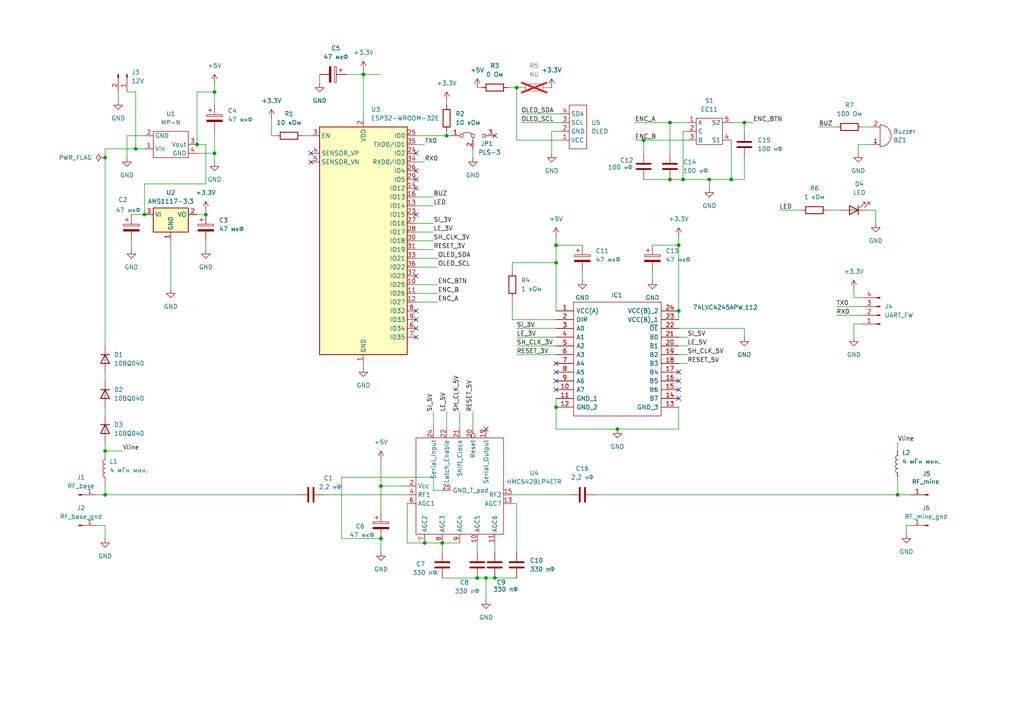
<source format=kicad_sch>
(kicad_sch (version 20231120) (generator "eeschema") (generator_version "8.0")
  (paper "A4")
  (lib_symbols
    (symbol "Alexeyj4_Library:74LVC4245APW,112" (pin_names (offset 0.762))
      (property "Reference" "IC" (at 31.75 7.62 0))
      (property "Value" "74LVC4245APW,112" (at 31.75 5.08 0))
      (symbol "74LVC4245APW,112_0_0"
        (pin passive line (at 0 0 0) (length 5.08) (name "VCC(A)") (number "1"))
        (pin passive line (at 0 -22.86 0) (length 5.08) (name "A7") (number "10"))
        (pin passive line (at 0 -25.4 0) (length 5.08) (name "GND_1") (number "11"))
        (pin passive line (at 0 -27.94 0) (length 5.08) (name "GND_2") (number "12"))
        (pin passive line (at 35.56 -27.94 180) (length 5.08) (name "GND_3") (number "13"))
        (pin passive line (at 35.56 -25.4 180) (length 5.08) (name "B7") (number "14"))
        (pin passive line (at 35.56 -22.86 180) (length 5.08) (name "B6") (number "15"))
        (pin passive line (at 35.56 -20.32 180) (length 5.08) (name "B5") (number "16"))
        (pin passive line (at 35.56 -17.78 180) (length 5.08) (name "B4") (number "17"))
        (pin passive line (at 35.56 -15.24 180) (length 5.08) (name "B3") (number "18"))
        (pin passive line (at 35.56 -12.7 180) (length 5.08) (name "B2") (number "19"))
        (pin passive line (at 0 -2.54 0) (length 5.08) (name "DIR") (number "2"))
        (pin passive line (at 35.56 -10.16 180) (length 5.08) (name "B1") (number "20"))
        (pin passive line (at 35.56 -7.62 180) (length 5.08) (name "B0") (number "21"))
        (pin passive line (at 35.56 -5.08 180) (length 5.08) (name "~{OE}") (number "22"))
        (pin passive line (at 35.56 -2.54 180) (length 5.08) (name "VCC(B)_1") (number "23"))
        (pin passive line (at 35.56 0 180) (length 5.08) (name "VCC(B)_2") (number "24"))
        (pin passive line (at 0 -5.08 0) (length 5.08) (name "A0") (number "3"))
        (pin passive line (at 0 -7.62 0) (length 5.08) (name "A1") (number "4"))
        (pin passive line (at 0 -10.16 0) (length 5.08) (name "A2") (number "5"))
        (pin passive line (at 0 -12.7 0) (length 5.08) (name "A3") (number "6"))
        (pin passive line (at 0 -15.24 0) (length 5.08) (name "A4") (number "7"))
        (pin passive line (at 0 -17.78 0) (length 5.08) (name "A5") (number "8"))
        (pin passive line (at 0 -20.32 0) (length 5.08) (name "A6") (number "9"))
      )
      (symbol "74LVC4245APW,112_0_1"
        (polyline (pts (xy 5.08 2.54) (xy 30.48 2.54) (xy 30.48 -30.48) (xy 5.08 -30.48) (xy 5.08 2.54)) (stroke (width 0.1524)))
      )
    )
    (symbol "Alexeyj4_Library:EC11_rotary_encoder"
      (property "Reference" "S" (at 5.334 5.842 0))
      (property "Value" "EC11" (at 6.604 3.556 0))
      (symbol "EC11_rotary_encoder_0_1"
        (rectangle (start -3.81 3.81) (end 3.81 -3.81))
      )
      (symbol "EC11_rotary_encoder_1_1"
        (pin passive line (at -2.54 -6.35 90) (length 2.54) (name "A") (number "1"))
        (pin passive line (at 0 -6.35 90) (length 2.54) (name "C") (number "2"))
        (pin passive line (at 2.54 -6.35 90) (length 2.54) (name "B") (number "3"))
        (pin passive line (at 2.54 6.35 270) (length 2.54) (name "S1") (number "4"))
        (pin passive line (at -2.54 6.35 270) (length 2.54) (name "S2") (number "5"))
      )
    )
    (symbol "Alexeyj4_Library:HMC542BLP4ETR"
      (property "Reference" "U4" (at 21.59 3.7786 0))
      (property "Value" "HMC542BLP4ETR" (at 21.59 1.2386 0))
      (symbol "HMC542BLP4ETR_0_1"
        (rectangle (start -12.7 13.97) (end 12.7 -13.97))
      )
      (symbol "HMC542BLP4ETR_1_1"
        (pin bidirectional line (at 5.08 -16.51 90) (length 2.54) (name "AGC5") (number "10"))
        (pin bidirectional line (at 10.16 -16.51 90) (length 2.54) (name "AGC6") (number "11"))
        (pin bidirectional line (at 15.24 -5.08 180) (length 2.54) (name "AGC7") (number "13"))
        (pin bidirectional line (at 15.24 -2.54 180) (length 2.54) (name "RF2") (number "15"))
        (pin output line (at 7.62 16.51 270) (length 2.54) (name "Serial_Output") (number "19"))
        (pin input line (at -15.24 0 0) (length 2.54) (name "Vcc") (number "2"))
        (pin input inverted (at 3.81 16.51 270) (length 2.54) (name "Reset") (number "20"))
        (pin input line (at 0 16.51 270) (length 2.54) (name "Shift_Clock") (number "21"))
        (pin input line (at -3.81 16.51 270) (length 2.54) (name "Latch_Enable") (number "22"))
        (pin input line (at -7.62 16.51 270) (length 2.54) (name "Serial_Input") (number "24"))
        (pin power_in line (at -5.08 -1.27 0) (length 2.54) (name "GND_T_pad") (number "25"))
        (pin bidirectional line (at -15.24 -2.54 0) (length 2.54) (name "RF1") (number "4"))
        (pin bidirectional line (at -15.24 -5.08 0) (length 2.54) (name "AGC1") (number "6"))
        (pin bidirectional line (at -10.16 -16.51 90) (length 2.54) (name "AGC2") (number "7"))
        (pin bidirectional line (at -5.08 -16.51 90) (length 2.54) (name "AGC3") (number "8"))
        (pin bidirectional line (at 0 -16.51 90) (length 2.54) (name "AGC4") (number "9"))
      )
    )
    (symbol "Alexeyj4_Library:MPN"
      (property "Reference" "U" (at -3.81 4.826 0))
      (property "Value" "MP-N" (at 2.54 4.826 0))
      (symbol "MPN_0_1"
        (rectangle (start -5.08 3.81) (end 5.08 -3.81))
      )
      (symbol "MPN_1_1"
        (pin power_in line (at -7.62 -1.27 0) (length 2.54) (name "Vin") (number "1"))
        (pin power_in line (at -7.62 2.54 0) (length 2.54) (name "GND") (number "2"))
        (pin power_out line (at 7.62 0 180) (length 2.54) (name "Vout") (number "3"))
        (pin power_out line (at 7.62 -2.54 180) (length 2.54) (name "GND") (number "4"))
      )
    )
    (symbol "Alexeyj4_Library:OLED I2C"
      (property "Reference" "U" (at 7.112 1.016 0))
      (property "Value" "OLED" (at 8.89 -1.016 0))
      (symbol "OLED I2C_0_1"
        (rectangle (start -6.35 2.54) (end 6.35 -2.54))
      )
      (symbol "OLED I2C_1_1"
        (pin input line (at -3.81 5.08 270) (length 2.54) (name "VCC") (number "1"))
        (pin input line (at -1.27 5.08 270) (length 2.54) (name "GND") (number "2"))
        (pin input line (at 1.27 5.08 270) (length 2.54) (name "SCL") (number "3"))
        (pin input line (at 3.81 5.08 270) (length 2.54) (name "SDA") (number "4"))
      )
    )
    (symbol "Connector:Conn_01x01_Pin" (pin_names (offset 1.016) hide)
      (property "Reference" "J" (at 0 2.54 0))
      (property "Value" "Conn_01x01_Pin" (at 0 -2.54 0))
      (symbol "Conn_01x01_Pin_1_1"
        (polyline (pts (xy 1.27 0) (xy 0.8636 0)) (stroke (width 0.1524)))
        (rectangle (start 0.8636 0.127) (end 0 -0.127) (stroke (width 0.1524)) (fill (type outline)))
        (pin passive line (at 5.08 0 180) (length 3.81) (name "Pin_1") (number "1"))
      )
    )
    (symbol "Connector:Conn_01x02_Pin" (pin_names (offset 1.016) hide)
      (property "Reference" "J" (at 0 2.54 0))
      (property "Value" "Conn_01x02_Pin" (at 0 -5.08 0))
      (symbol "Conn_01x02_Pin_1_1"
        (polyline (pts (xy 1.27 -2.54) (xy 0.8636 -2.54)) (stroke (width 0.1524)))
        (polyline (pts (xy 1.27 0) (xy 0.8636 0)) (stroke (width 0.1524)))
        (rectangle (start 0.8636 -2.413) (end 0 -2.667) (stroke (width 0.1524)) (fill (type outline)))
        (rectangle (start 0.8636 0.127) (end 0 -0.127) (stroke (width 0.1524)) (fill (type outline)))
        (pin passive line (at 5.08 0 180) (length 3.81) (name "Pin_1") (number "1"))
        (pin passive line (at 5.08 -2.54 180) (length 3.81) (name "Pin_2") (number "2"))
      )
    )
    (symbol "Connector:Conn_01x04_Pin" (pin_names (offset 1.016) hide)
      (property "Reference" "J" (at 0 5.08 0))
      (property "Value" "Conn_01x04_Pin" (at 0 -7.62 0))
      (symbol "Conn_01x04_Pin_1_1"
        (polyline (pts (xy 1.27 -5.08) (xy 0.8636 -5.08)) (stroke (width 0.1524)))
        (polyline (pts (xy 1.27 -2.54) (xy 0.8636 -2.54)) (stroke (width 0.1524)))
        (polyline (pts (xy 1.27 0) (xy 0.8636 0)) (stroke (width 0.1524)))
        (polyline (pts (xy 1.27 2.54) (xy 0.8636 2.54)) (stroke (width 0.1524)))
        (rectangle (start 0.8636 -4.953) (end 0 -5.207) (stroke (width 0.1524)) (fill (type outline)))
        (rectangle (start 0.8636 -2.413) (end 0 -2.667) (stroke (width 0.1524)) (fill (type outline)))
        (rectangle (start 0.8636 0.127) (end 0 -0.127) (stroke (width 0.1524)) (fill (type outline)))
        (rectangle (start 0.8636 2.667) (end 0 2.413) (stroke (width 0.1524)) (fill (type outline)))
        (pin passive line (at 5.08 2.54 180) (length 3.81) (name "Pin_1") (number "1"))
        (pin passive line (at 5.08 0 180) (length 3.81) (name "Pin_2") (number "2"))
        (pin passive line (at 5.08 -2.54 180) (length 3.81) (name "Pin_3") (number "3"))
        (pin passive line (at 5.08 -5.08 180) (length 3.81) (name "Pin_4") (number "4"))
      )
    )
    (symbol "Device:Buzzer" (pin_names (offset 0.0254) hide)
      (property "Reference" "BZ" (at 3.81 1.27 0))
      (property "Value" "Buzzer" (at 3.81 -1.27 0))
      (symbol "Buzzer_0_1"
        (arc (start 0 -3.175) (mid 3.1612 0) (end 0 3.175))
        (polyline (pts (xy -1.651 1.905) (xy -1.143 1.905)))
        (polyline (pts (xy -1.397 2.159) (xy -1.397 1.651)))
        (polyline (pts (xy 0 3.175) (xy 0 -3.175)))
      )
      (symbol "Buzzer_1_1"
        (pin passive line (at -2.54 2.54 0) (length 2.54) (name "+") (number "1"))
        (pin passive line (at -2.54 -2.54 0) (length 2.54) (name "-") (number "2"))
      )
    )
    (symbol "Device:C" (pin_numbers hide) (pin_names (offset 0.254))
      (property "Reference" "C" (at 0.635 2.54 0))
      (property "Value" "C" (at 0.635 -2.54 0))
      (symbol "C_0_1"
        (polyline (pts (xy -2.032 -0.762) (xy 2.032 -0.762)) (stroke (width 0.508)))
        (polyline (pts (xy -2.032 0.762) (xy 2.032 0.762)) (stroke (width 0.508)))
      )
      (symbol "C_1_1"
        (pin passive line (at 0 3.81 270) (length 2.794) (name "~") (number "1"))
        (pin passive line (at 0 -3.81 90) (length 2.794) (name "~") (number "2"))
      )
    )
    (symbol "Device:C_Polarized" (pin_numbers hide) (pin_names (offset 0.254))
      (property "Reference" "C" (at 0.635 2.54 0))
      (property "Value" "C_Polarized" (at 0.635 -2.54 0))
      (symbol "C_Polarized_0_1"
        (rectangle (start -2.286 0.508) (end 2.286 1.016))
        (polyline (pts (xy -1.778 2.286) (xy -0.762 2.286)))
        (polyline (pts (xy -1.27 2.794) (xy -1.27 1.778)))
        (rectangle (start 2.286 -0.508) (end -2.286 -1.016) (fill (type outline)))
      )
      (symbol "C_Polarized_1_1"
        (pin passive line (at 0 3.81 270) (length 2.794) (name "~") (number "1"))
        (pin passive line (at 0 -3.81 90) (length 2.794) (name "~") (number "2"))
      )
    )
    (symbol "Device:D" (pin_numbers hide) (pin_names (offset 1.016) hide)
      (property "Reference" "D" (at 0 2.54 0))
      (property "Value" "D" (at 0 -2.54 0))
      (symbol "D_0_1"
        (polyline (pts (xy -1.27 1.27) (xy -1.27 -1.27)) (stroke (width 0.254)))
        (polyline (pts (xy 1.27 0) (xy -1.27 0)))
        (polyline (pts (xy 1.27 1.27) (xy 1.27 -1.27) (xy -1.27 0) (xy 1.27 1.27)) (stroke (width 0.254)))
      )
      (symbol "D_1_1"
        (pin passive line (at -3.81 0 0) (length 2.54) (name "K") (number "1"))
        (pin passive line (at 3.81 0 180) (length 2.54) (name "A") (number "2"))
      )
    )
    (symbol "Device:L" (pin_numbers hide) (pin_names (offset 1.016) hide)
      (property "Reference" "L" (at -1.27 0 90))
      (property "Value" "L" (at 1.905 0 90))
      (symbol "L_0_1"
        (arc (start 0 -2.54) (mid 0.6323 -1.905) (end 0 -1.27))
        (arc (start 0 -1.27) (mid 0.6323 -0.635) (end 0 0))
        (arc (start 0 0) (mid 0.6323 0.635) (end 0 1.27))
        (arc (start 0 1.27) (mid 0.6323 1.905) (end 0 2.54))
      )
      (symbol "L_1_1"
        (pin passive line (at 0 3.81 270) (length 1.27) (name "1") (number "1"))
        (pin passive line (at 0 -3.81 90) (length 1.27) (name "2") (number "2"))
      )
    )
    (symbol "Device:LED" (pin_numbers hide) (pin_names (offset 1.016) hide)
      (property "Reference" "D" (at 0 2.54 0))
      (property "Value" "LED" (at 0 -2.54 0))
      (symbol "LED_0_1"
        (polyline (pts (xy -1.27 -1.27) (xy -1.27 1.27)) (stroke (width 0.254)))
        (polyline (pts (xy -1.27 0) (xy 1.27 0)))
        (polyline (pts (xy 1.27 -1.27) (xy 1.27 1.27) (xy -1.27 0) (xy 1.27 -1.27)) (stroke (width 0.254)))
        (polyline (pts (xy -3.048 -0.762) (xy -4.572 -2.286) (xy -3.81 -2.286) (xy -4.572 -2.286) (xy -4.572 -1.524)))
        (polyline (pts (xy -1.778 -0.762) (xy -3.302 -2.286) (xy -2.54 -2.286) (xy -3.302 -2.286) (xy -3.302 -1.524)))
      )
      (symbol "LED_1_1"
        (pin passive line (at -3.81 0 0) (length 2.54) (name "K") (number "1"))
        (pin passive line (at 3.81 0 180) (length 2.54) (name "A") (number "2"))
      )
    )
    (symbol "Device:R" (pin_numbers hide) (pin_names (offset 0))
      (property "Reference" "R" (at 2.032 0 90))
      (property "Value" "R" (at 0 0 90))
      (symbol "R_0_1"
        (rectangle (start -1.016 -2.54) (end 1.016 2.54) (stroke (width 0.254)))
      )
      (symbol "R_1_1"
        (pin passive line (at 0 3.81 270) (length 1.27) (name "~") (number "1"))
        (pin passive line (at 0 -3.81 90) (length 1.27) (name "~") (number "2"))
      )
    )
    (symbol "Jumper:Jumper_3_Bridged12" (pin_names (offset 0) hide) (exclude_from_sim yes) (in_bom no)
      (property "Reference" "JP" (at -2.54 -2.54 0))
      (property "Value" "Jumper_3_Bridged12" (at 0 2.794 0))
      (symbol "Jumper_3_Bridged12_0_0"
        (circle (center -3.302 0) (radius 0.508))
        (circle (center 0 0) (radius 0.508))
        (circle (center 3.302 0) (radius 0.508))
      )
      (symbol "Jumper_3_Bridged12_0_1"
        (arc (start -0.254 0.508) (mid -1.651 0.9912) (end -3.048 0.508))
        (polyline (pts (xy 0 -1.27) (xy 0 -0.508)))
      )
      (symbol "Jumper_3_Bridged12_1_1"
        (pin passive line (at -6.35 0 0) (length 2.54) (name "A") (number "1"))
        (pin passive line (at 0 -3.81 90) (length 2.54) (name "C") (number "2"))
        (pin passive line (at 6.35 0 180) (length 2.54) (name "B") (number "3"))
      )
    )
    (symbol "RF_Module:ESP32-WROOM-32E"
      (property "Reference" "U" (at -12.7 34.29 0))
      (property "Value" "ESP32-WROOM-32E" (at 1.27 34.29 0))
      (symbol "ESP32-WROOM-32E_0_1"
        (rectangle (start -12.7 33.02) (end 12.7 -33.02) (stroke (width 0.254)) (fill (type background)))
      )
      (symbol "ESP32-WROOM-32E_1_1"
        (pin power_in line (at 0 -35.56 90) (length 2.54) (name "GND") (number "1"))
        (pin bidirectional line (at 15.24 -12.7 180) (length 2.54) (name "IO25") (number "10"))
        (pin bidirectional line (at 15.24 -15.24 180) (length 2.54) (name "IO26") (number "11"))
        (pin bidirectional line (at 15.24 -17.78 180) (length 2.54) (name "IO27") (number "12"))
        (pin bidirectional line (at 15.24 10.16 180) (length 2.54) (name "IO14") (number "13"))
        (pin bidirectional line (at 15.24 15.24 180) (length 2.54) (name "IO12") (number "14"))
        (pin passive line (at 0 -35.56 90) (length 2.54) hide (name "GND") (number "15"))
        (pin bidirectional line (at 15.24 12.7 180) (length 2.54) (name "IO13") (number "16"))
        (pin no_connect line (at -12.7 -5.08 0) (length 2.54) hide (name "NC") (number "17"))
        (pin no_connect line (at -12.7 -7.62 0) (length 2.54) hide (name "NC") (number "18"))
        (pin no_connect line (at -12.7 -12.7 0) (length 2.54) hide (name "NC") (number "19"))
        (pin power_in line (at 0 35.56 270) (length 2.54) (name "VDD") (number "2"))
        (pin no_connect line (at -12.7 -10.16 0) (length 2.54) hide (name "NC") (number "20"))
        (pin no_connect line (at -12.7 0 0) (length 2.54) hide (name "NC") (number "21"))
        (pin no_connect line (at -12.7 -2.54 0) (length 2.54) hide (name "NC") (number "22"))
        (pin bidirectional line (at 15.24 7.62 180) (length 2.54) (name "IO15") (number "23"))
        (pin bidirectional line (at 15.24 25.4 180) (length 2.54) (name "IO2") (number "24"))
        (pin bidirectional line (at 15.24 30.48 180) (length 2.54) (name "IO0") (number "25"))
        (pin bidirectional line (at 15.24 20.32 180) (length 2.54) (name "IO4") (number "26"))
        (pin bidirectional line (at 15.24 5.08 180) (length 2.54) (name "IO16") (number "27"))
        (pin bidirectional line (at 15.24 2.54 180) (length 2.54) (name "IO17") (number "28"))
        (pin bidirectional line (at 15.24 17.78 180) (length 2.54) (name "IO5") (number "29"))
        (pin input line (at -15.24 30.48 0) (length 2.54) (name "EN") (number "3"))
        (pin bidirectional line (at 15.24 0 180) (length 2.54) (name "IO18") (number "30"))
        (pin bidirectional line (at 15.24 -2.54 180) (length 2.54) (name "IO19") (number "31"))
        (pin no_connect line (at -12.7 -27.94 0) (length 2.54) hide (name "NC") (number "32"))
        (pin bidirectional line (at 15.24 -5.08 180) (length 2.54) (name "IO21") (number "33"))
        (pin bidirectional line (at 15.24 22.86 180) (length 2.54) (name "RXD0/IO3") (number "34"))
        (pin bidirectional line (at 15.24 27.94 180) (length 2.54) (name "TXD0/IO1") (number "35"))
        (pin bidirectional line (at 15.24 -7.62 180) (length 2.54) (name "IO22") (number "36"))
        (pin bidirectional line (at 15.24 -10.16 180) (length 2.54) (name "IO23") (number "37"))
        (pin passive line (at 0 -35.56 90) (length 2.54) hide (name "GND") (number "38"))
        (pin passive line (at 0 -35.56 90) (length 2.54) hide (name "GND") (number "39"))
        (pin input line (at -15.24 25.4 0) (length 2.54) (name "SENSOR_VP") (number "4"))
        (pin input line (at -15.24 22.86 0) (length 2.54) (name "SENSOR_VN") (number "5"))
        (pin input line (at 15.24 -25.4 180) (length 2.54) (name "IO34") (number "6"))
        (pin input line (at 15.24 -27.94 180) (length 2.54) (name "IO35") (number "7"))
        (pin bidirectional line (at 15.24 -20.32 180) (length 2.54) (name "IO32") (number "8"))
        (pin bidirectional line (at 15.24 -22.86 180) (length 2.54) (name "IO33") (number "9"))
      )
    )
    (symbol "Regulator_Linear:AMS1117-3.3"
      (property "Reference" "U" (at -3.81 3.175 0))
      (property "Value" "AMS1117-3.3" (at 0 3.175 0))
      (symbol "AMS1117-3.3_0_1"
        (rectangle (start -5.08 -5.08) (end 5.08 1.905) (stroke (width 0.254)) (fill (type background)))
      )
      (symbol "AMS1117-3.3_1_1"
        (pin power_in line (at 0 -7.62 90) (length 2.54) (name "GND") (number "1"))
        (pin power_out line (at 7.62 0 180) (length 2.54) (name "VO") (number "2"))
        (pin power_in line (at -7.62 0 0) (length 2.54) (name "VI") (number "3"))
      )
    )
    (symbol "power:+3.3V" (power) (pin_numbers hide) (pin_names (offset 0) hide)
      (property "Value" "+3.3V" (at 0 3.556 0))
      (symbol "+3.3V_0_1"
        (polyline (pts (xy -0.762 1.27) (xy 0 2.54)))
        (polyline (pts (xy 0 0) (xy 0 2.54)))
        (polyline (pts (xy 0 2.54) (xy 0.762 1.27)))
      )
      (symbol "+3.3V_1_1"
        (pin power_in line (at 0 0 90) (length 0) (name "~") (number "1"))
      )
    )
    (symbol "power:+5V" (power) (pin_numbers hide) (pin_names (offset 0) hide)
      (property "Value" "+5V" (at 0 3.556 0))
      (symbol "+5V_0_1"
        (polyline (pts (xy -0.762 1.27) (xy 0 2.54)))
        (polyline (pts (xy 0 0) (xy 0 2.54)))
        (polyline (pts (xy 0 2.54) (xy 0.762 1.27)))
      )
      (symbol "+5V_1_1"
        (pin power_in line (at 0 0 90) (length 0) (name "~") (number "1"))
      )
    )
    (symbol "power:GND" (power) (pin_numbers hide) (pin_names (offset 0) hide)
      (property "Value" "GND" (at 0 -3.81 0))
      (symbol "GND_0_1"
        (polyline (pts (xy 0 0) (xy 0 -1.27) (xy 1.27 -1.27) (xy 0 -2.54) (xy -1.27 -1.27) (xy 0 -1.27)))
      )
      (symbol "GND_1_1"
        (pin power_in line (at 0 0 270) (length 0) (name "~") (number "1"))
      )
    )
    (symbol "power:PWR_FLAG" (power) (pin_numbers hide) (pin_names (offset 0) hide)
      (property "Value" "PWR_FLAG" (at 0 3.81 0))
      (symbol "PWR_FLAG_0_0"
        (pin power_out line (at 0 0 90) (length 0) (name "~") (number "1"))
      )
      (symbol "PWR_FLAG_0_1"
        (polyline (pts (xy 0 0) (xy 0 1.27) (xy -1.016 1.905) (xy 0 2.54) (xy 1.016 1.905) (xy 0 1.27)))
      )
    )
  )
  (junction (at 161.29 76.2))
  (junction (at 128.27 157.48))
  (junction (at 215.9 35.56))
  (junction (at 41.91 62.23))
  (junction (at 62.23 44.45))
  (junction (at 140.97 167.64))
  (junction (at 59.69 62.23))
  (junction (at 30.48 45.72))
  (junction (at 39.37 43.18))
  (junction (at 194.31 52.07))
  (junction (at 110.49 140.97))
  (junction (at 149.86 25.4))
  (junction (at 161.29 71.12))
  (junction (at 196.85 71.12))
  (junction (at 57.15 41.91))
  (junction (at 30.48 143.51))
  (junction (at 129.54 39.37))
  (junction (at 105.41 21.59))
  (junction (at 196.85 90.17))
  (junction (at 198.12 52.07))
  (junction (at 138.43 167.64))
  (junction (at 62.23 26.67))
  (junction (at 110.49 156.21))
  (junction (at 194.31 35.56))
  (junction (at 212.09 52.07))
  (junction (at 260.35 143.51))
  (junction (at 205.74 52.07))
  (junction (at 123.19 157.48))
  (junction (at 143.51 167.64))
  (junction (at 179.07 124.46))
  (junction (at 161.29 118.11))
  (junction (at 186.69 40.64))
  (junction (at 30.48 130.81))
  (no_connect (at 120.65 97.79))
  (no_connect (at 120.65 62.23))
  (no_connect (at 196.85 113.03))
  (no_connect (at 161.29 105.41))
  (no_connect (at 140.97 124.46))
  (no_connect (at 120.65 52.07))
  (no_connect (at 120.65 80.01))
  (no_connect (at 196.85 110.49))
  (no_connect (at 161.29 107.95))
  (no_connect (at 120.65 95.25))
  (no_connect (at 120.65 44.45))
  (no_connect (at 120.65 49.53))
  (no_connect (at 161.29 113.03))
  (no_connect (at 143.51 39.37))
  (no_connect (at 90.17 44.45))
  (no_connect (at 120.65 92.71))
  (no_connect (at 90.17 46.99))
  (no_connect (at 196.85 107.95))
  (no_connect (at 120.65 90.17))
  (no_connect (at 120.65 54.61))
  (no_connect (at 196.85 115.57))
  (no_connect (at 161.29 110.49))
  (wire (pts (xy 194.31 35.56) (xy 199.39 35.56)))
  (wire (pts (xy 125.73 138.43) (xy 99.06 138.43)))
  (wire (pts (xy 118.11 140.97) (xy 110.49 140.97)))
  (wire (pts (xy 168.91 78.74) (xy 168.91 81.28)))
  (wire (pts (xy 138.43 167.64) (xy 140.97 167.64)))
  (wire (pts (xy 212.09 40.64) (xy 212.09 52.07)))
  (wire (pts (xy 59.69 60.96) (xy 59.69 62.23)))
  (wire (pts (xy 196.85 90.17) (xy 196.85 92.71)))
  (wire (pts (xy 110.49 133.35) (xy 110.49 140.97)))
  (wire (pts (xy 137.16 119.38) (xy 137.16 124.46)))
  (wire (pts (xy 237.49 36.83) (xy 242.57 36.83)))
  (wire (pts (xy 212.09 52.07) (xy 205.74 52.07)))
  (wire (pts (xy 172.72 143.51) (xy 260.35 143.51)))
  (wire (pts (xy 212.09 35.56) (xy 215.9 35.56)))
  (wire (pts (xy 110.49 21.59) (xy 105.41 21.59)))
  (wire (pts (xy 247.65 93.98) (xy 247.65 97.79)))
  (wire (pts (xy 99.06 156.21) (xy 110.49 156.21)))
  (wire (pts (xy 196.85 124.46) (xy 179.07 124.46)))
  (wire (pts (xy 129.54 38.1) (xy 129.54 39.37)))
  (wire (pts (xy 30.48 43.18) (xy 39.37 43.18)))
  (wire (pts (xy 125.73 142.24) (xy 125.73 138.43)))
  (wire (pts (xy 151.13 33.02) (xy 162.56 33.02)))
  (wire (pts (xy 148.59 86.36) (xy 148.59 92.71)))
  (wire (pts (xy 92.71 21.59) (xy 92.71 24.13)))
  (wire (pts (xy 161.29 118.11) (xy 161.29 124.46)))
  (wire (pts (xy 143.51 157.48) (xy 143.51 160.02)))
  (wire (pts (xy 161.29 71.12) (xy 168.91 71.12)))
  (wire (pts (xy 120.65 77.47) (xy 127 77.47)))
  (wire (pts (xy 248.92 44.45) (xy 248.92 41.91)))
  (wire (pts (xy 149.86 25.4) (xy 149.86 40.64)))
  (wire (pts (xy 120.65 57.15) (xy 125.73 57.15)))
  (wire (pts (xy 41.91 53.34) (xy 41.91 62.23)))
  (wire (pts (xy 120.65 87.63) (xy 127 87.63)))
  (wire (pts (xy 161.29 76.2) (xy 161.29 90.17)))
  (wire (pts (xy 62.23 38.1) (xy 62.23 44.45)))
  (wire (pts (xy 110.49 140.97) (xy 110.49 148.59)))
  (wire (pts (xy 189.23 78.74) (xy 189.23 81.28)))
  (wire (pts (xy 149.86 146.05) (xy 149.86 160.02)))
  (wire (pts (xy 30.48 152.4) (xy 30.48 156.21)))
  (wire (pts (xy 30.48 143.51) (xy 86.36 143.51)))
  (wire (pts (xy 80.01 39.37) (xy 78.74 39.37)))
  (wire (pts (xy 30.48 139.7) (xy 30.48 143.51)))
  (wire (pts (xy 100.33 21.59) (xy 105.41 21.59)))
  (wire (pts (xy 129.54 29.21) (xy 129.54 30.48)))
  (wire (pts (xy 186.69 40.64) (xy 186.69 44.45)))
  (wire (pts (xy 247.65 83.82) (xy 247.65 86.36)))
  (wire (pts (xy 138.43 25.4) (xy 139.7 25.4)))
  (wire (pts (xy 161.29 115.57) (xy 161.29 118.11)))
  (wire (pts (xy 194.31 52.07) (xy 198.12 52.07)))
  (wire (pts (xy 140.97 167.64) (xy 140.97 173.99)))
  (wire (pts (xy 128.27 157.48) (xy 128.27 160.02)))
  (wire (pts (xy 62.23 26.67) (xy 62.23 30.48)))
  (wire (pts (xy 59.69 41.91) (xy 57.15 41.91)))
  (wire (pts (xy 186.69 40.64) (xy 199.39 40.64)))
  (wire (pts (xy 129.54 119.38) (xy 129.54 124.46)))
  (wire (pts (xy 138.43 157.48) (xy 138.43 160.02)))
  (wire (pts (xy 248.92 41.91) (xy 252.73 41.91)))
  (wire (pts (xy 41.91 39.37) (xy 36.83 39.37)))
  (wire (pts (xy 149.86 102.87) (xy 161.29 102.87)))
  (wire (pts (xy 120.65 74.93) (xy 127 74.93)))
  (wire (pts (xy 30.48 107.95) (xy 30.48 110.49)))
  (wire (pts (xy 215.9 52.07) (xy 212.09 52.07)))
  (wire (pts (xy 110.49 156.21) (xy 110.49 160.02)))
  (wire (pts (xy 198.12 38.1) (xy 199.39 38.1)))
  (wire (pts (xy 39.37 43.18) (xy 39.37 26.67)))
  (wire (pts (xy 149.86 97.79) (xy 161.29 97.79)))
  (wire (pts (xy 215.9 35.56) (xy 215.9 38.1)))
  (wire (pts (xy 240.03 60.96) (xy 243.84 60.96)))
  (wire (pts (xy 30.48 45.72) (xy 30.48 43.18)))
  (wire (pts (xy 128.27 167.64) (xy 138.43 167.64)))
  (wire (pts (xy 189.23 71.12) (xy 196.85 71.12)))
  (wire (pts (xy 120.65 82.55) (xy 127 82.55)))
  (wire (pts (xy 215.9 35.56) (xy 218.44 35.56)))
  (wire (pts (xy 143.51 167.64) (xy 149.86 167.64)))
  (wire (pts (xy 34.29 26.67) (xy 34.29 29.21)))
  (wire (pts (xy 264.16 152.4) (xy 262.89 152.4)))
  (wire (pts (xy 123.19 157.48) (xy 128.27 157.48)))
  (wire (pts (xy 254 64.77) (xy 254 60.96)))
  (wire (pts (xy 120.65 64.77) (xy 125.73 64.77)))
  (wire (pts (xy 161.29 71.12) (xy 161.29 76.2)))
  (wire (pts (xy 196.85 97.79) (xy 199.39 97.79)))
  (wire (pts (xy 57.15 41.91) (xy 57.15 26.67)))
  (wire (pts (xy 196.85 100.33) (xy 199.39 100.33)))
  (wire (pts (xy 125.73 119.38) (xy 125.73 124.46)))
  (wire (pts (xy 120.65 69.85) (xy 125.73 69.85)))
  (wire (pts (xy 118.11 157.48) (xy 123.19 157.48)))
  (wire (pts (xy 30.48 128.27) (xy 30.48 130.81)))
  (wire (pts (xy 158.75 25.4) (xy 160.02 25.4)))
  (wire (pts (xy 148.59 92.71) (xy 161.29 92.71)))
  (wire (pts (xy 196.85 102.87) (xy 199.39 102.87)))
  (wire (pts (xy 186.69 52.07) (xy 194.31 52.07)))
  (wire (pts (xy 196.85 95.25) (xy 215.9 95.25)))
  (wire (pts (xy 149.86 100.33) (xy 161.29 100.33)))
  (wire (pts (xy 262.89 152.4) (xy 262.89 154.94)))
  (wire (pts (xy 118.11 146.05) (xy 118.11 157.48)))
  (wire (pts (xy 149.86 95.25) (xy 161.29 95.25)))
  (wire (pts (xy 184.15 35.56) (xy 194.31 35.56)))
  (wire (pts (xy 148.59 78.74) (xy 148.59 76.2)))
  (wire (pts (xy 196.85 118.11) (xy 196.85 124.46)))
  (wire (pts (xy 194.31 35.56) (xy 194.31 44.45)))
  (wire (pts (xy 57.15 44.45) (xy 62.23 44.45)))
  (wire (pts (xy 161.29 68.58) (xy 161.29 71.12)))
  (wire (pts (xy 250.19 36.83) (xy 252.73 36.83)))
  (wire (pts (xy 205.74 52.07) (xy 198.12 52.07)))
  (wire (pts (xy 133.35 119.38) (xy 133.35 124.46)))
  (wire (pts (xy 30.48 100.33) (xy 30.48 45.72)))
  (wire (pts (xy 120.65 39.37) (xy 129.54 39.37)))
  (wire (pts (xy 250.19 93.98) (xy 247.65 93.98)))
  (wire (pts (xy 120.65 67.31) (xy 125.73 67.31)))
  (wire (pts (xy 162.56 40.64) (xy 149.86 40.64)))
  (wire (pts (xy 196.85 105.41) (xy 199.39 105.41)))
  (wire (pts (xy 93.98 143.51) (xy 118.11 143.51)))
  (wire (pts (xy 62.23 24.13) (xy 62.23 26.67)))
  (wire (pts (xy 196.85 68.58) (xy 196.85 71.12)))
  (wire (pts (xy 57.15 26.67) (xy 62.23 26.67)))
  (wire (pts (xy 30.48 118.11) (xy 30.48 120.65)))
  (wire (pts (xy 148.59 146.05) (xy 149.86 146.05)))
  (wire (pts (xy 161.29 124.46) (xy 179.07 124.46)))
  (wire (pts (xy 105.41 105.41) (xy 105.41 106.68)))
  (wire (pts (xy 120.65 59.69) (xy 125.73 59.69)))
  (wire (pts (xy 27.94 143.51) (xy 30.48 143.51)))
  (wire (pts (xy 62.23 44.45) (xy 62.23 46.99)))
  (wire (pts (xy 78.74 34.29) (xy 78.74 39.37)))
  (wire (pts (xy 36.83 39.37) (xy 36.83 45.72)))
  (wire (pts (xy 149.86 25.4) (xy 151.13 25.4)))
  (wire (pts (xy 105.41 21.59) (xy 105.41 34.29)))
  (wire (pts (xy 250.19 86.36) (xy 247.65 86.36)))
  (wire (pts (xy 128.27 157.48) (xy 133.35 157.48)))
  (wire (pts (xy 49.53 69.85) (xy 49.53 83.82)))
  (wire (pts (xy 148.59 143.51) (xy 165.1 143.51)))
  (wire (pts (xy 128.27 142.24) (xy 125.73 142.24)))
  (wire (pts (xy 41.91 43.18) (xy 39.37 43.18)))
  (wire (pts (xy 160.02 38.1) (xy 160.02 44.45)))
  (wire (pts (xy 57.15 62.23) (xy 59.69 62.23)))
  (wire (pts (xy 260.35 128.27) (xy 260.35 130.81)))
  (wire (pts (xy 41.91 53.34) (xy 59.69 53.34)))
  (wire (pts (xy 242.57 91.44) (xy 250.19 91.44)))
  (wire (pts (xy 242.57 88.9) (xy 250.19 88.9)))
  (wire (pts (xy 215.9 45.72) (xy 215.9 52.07)))
  (wire (pts (xy 184.15 40.64) (xy 186.69 40.64)))
  (wire (pts (xy 215.9 95.25) (xy 215.9 97.79)))
  (wire (pts (xy 59.69 69.85) (xy 59.69 72.39)))
  (wire (pts (xy 39.37 26.67) (xy 36.83 26.67)))
  (wire (pts (xy 105.41 20.32) (xy 105.41 21.59)))
  (wire (pts (xy 27.94 152.4) (xy 30.48 152.4)))
  (wire (pts (xy 196.85 71.12) (xy 196.85 90.17)))
  (wire (pts (xy 120.65 72.39) (xy 125.73 72.39)))
  (wire (pts (xy 198.12 52.07) (xy 198.12 38.1)))
  (wire (pts (xy 205.74 52.07) (xy 205.74 54.61)))
  (wire (pts (xy 148.59 76.2) (xy 161.29 76.2)))
  (wire (pts (xy 87.63 39.37) (xy 90.17 39.37)))
  (wire (pts (xy 38.1 62.23) (xy 41.91 62.23)))
  (wire (pts (xy 137.16 43.18) (xy 137.16 45.72)))
  (wire (pts (xy 151.13 35.56) (xy 162.56 35.56)))
  (wire (pts (xy 30.48 130.81) (xy 30.48 132.08)))
  (wire (pts (xy 129.54 39.37) (xy 130.81 39.37)))
  (wire (pts (xy 260.35 143.51) (xy 264.16 143.51)))
  (wire (pts (xy 260.35 138.43) (xy 260.35 143.51)))
  (wire (pts (xy 120.65 41.91) (xy 123.19 41.91)))
  (wire (pts (xy 254 60.96) (xy 251.46 60.96)))
  (wire (pts (xy 120.65 85.09) (xy 127 85.09)))
  (wire (pts (xy 147.32 25.4) (xy 149.86 25.4)))
  (wire (pts (xy 120.65 46.99) (xy 123.19 46.99)))
  (wire (pts (xy 162.56 38.1) (xy 160.02 38.1)))
  (wire (pts (xy 38.1 69.85) (xy 38.1 72.39)))
  (wire (pts (xy 30.48 130.81) (xy 35.56 130.81)))
  (wire (pts (xy 99.06 138.43) (xy 99.06 156.21)))
  (wire (pts (xy 59.69 53.34) (xy 59.69 41.91)))
  (wire (pts (xy 140.97 167.64) (xy 143.51 167.64)))
  (wire (pts (xy 226.06 60.96) (xy 232.41 60.96)))
  (label "RX0" (at 242.57 91.44 0))
  (label "Vline" (at 35.56 130.81 0))
  (label "ENC_B" (at 127 85.09 0))
  (label "ENC_BTN" (at 218.44 35.56 0))
  (label "OLED_SCL" (at 151.13 35.56 0))
  (label "SH_CLK_5V" (at 199.39 102.87 0))
  (label "OLED_SDA" (at 127 74.93 0))
  (label "BUZ" (at 237.49 36.83 0))
  (label "RESET_5V" (at 137.16 119.38 90))
  (label "LE_5V" (at 199.39 100.33 0))
  (label "OLED_SCL" (at 127 77.47 0))
  (label "Vline" (at 260.35 128.27 0))
  (label "RX0" (at 123.19 46.99 0))
  (label "TX0" (at 242.57 88.9 0))
  (label "TX0" (at 123.19 41.91 0))
  (label "SH_CLK_3V" (at 125.73 69.85 0))
  (label "BUZ" (at 125.73 57.15 0))
  (label "SH_CLK_5V" (at 133.35 119.38 90))
  (label "ENC_A" (at 184.15 35.56 0))
  (label "LED" (at 226.06 60.96 0))
  (label "SH_CLK_3V" (at 149.86 100.33 0))
  (label "OLED_SDA" (at 151.13 33.02 0))
  (label "RESET_3V" (at 125.73 72.39 0))
  (label "LED" (at 125.73 59.69 0))
  (label "LE_5V" (at 129.54 119.38 90))
  (label "SI_3V" (at 125.73 64.77 0))
  (label "SI_5V" (at 125.73 119.38 90))
  (label "SI_5V" (at 199.39 97.79 0))
  (label "RESET_3V" (at 149.86 102.87 0))
  (label "SI_3V" (at 149.86 95.25 0))
  (label "ENC_BTN" (at 127 82.55 0))
  (label "ENC_B" (at 184.15 40.64 0))
  (label "RESET_5V" (at 199.39 105.41 0))
  (label "LE_3V" (at 149.86 97.79 0))
  (label "LE_3V" (at 125.73 67.31 0))
  (label "ENC_A" (at 127 87.63 0))
  (symbol (lib_id "Device:C_Polarized") (at 96.52 21.59 270) (unit 1)
    (property "Reference" "C5" (at 97.409 13.97 90))
    (property "Value" "47 мкФ" (at 97.409 16.51 90))
    (property "Footprint" "Capacitor_Tantalum_SMD:CP_EIA-7343-31_Kemet-D_Pad2.25x2.55mm_HandSolder" (effects (hide yes)))
    (property "Description" "Polarized capacitor" (effects (hide yes)))
  )
  (symbol (lib_id "power:GND") (at 36.83 45.72 0) (unit 1)
    (property "Reference" "#PWR03" (effects (hide yes)))
    (property "Value" "GND" (at 36.83 50.8 0))
    (property "Description" "Power symbol creates a global label with name \"GND\" , ground" (effects (hide yes)))
  )
  (symbol (lib_id "power:+3.3V") (at 59.69 60.96 0) (unit 1)
    (property "Reference" "#PWR06" (effects (hide yes)))
    (property "Value" "+3.3V" (at 59.69 55.88 0))
    (property "Description" "Power symbol creates a global label with name \"+3.3V\"" (effects (hide yes)))
  )
  (symbol (lib_id "power:GND") (at 247.65 97.79 0) (unit 1)
    (property "Reference" "#PWR029" (effects (hide yes)))
    (property "Value" "GND" (at 247.65 102.87 0))
    (property "Description" "Power symbol creates a global label with name \"GND\" , ground" (effects (hide yes)))
  )
  (symbol (lib_id "power:GND") (at 92.71 24.13 0) (unit 1)
    (property "Reference" "#PWR011" (effects (hide yes)))
    (property "Value" "GND" (at 92.71 29.21 0))
    (property "Description" "Power symbol creates a global label with name \"GND\" , ground" (effects (hide yes)))
  )
  (symbol (lib_id "Device:Buzzer") (at 255.27 39.37 0) (mirror x) (unit 1)
    (property "Reference" "BZ1" (at 259.08 40.6401 0) (effects (justify left)))
    (property "Value" "Buzzer" (at 259.08 38.1001 0) (effects (justify left)))
    (property "Footprint" "Alexeyj4:HC0903A" (effects (hide yes)))
    (property "Description" "Buzzer, polarized" (effects (hide yes)))
  )
  (symbol (lib_id "power:GND") (at 59.69 72.39 0) (unit 1)
    (property "Reference" "#PWR07" (effects (hide yes)))
    (property "Value" "GND" (at 59.69 77.47 0))
    (property "Description" "Power symbol creates a global label with name \"GND\" , ground" (effects (hide yes)))
  )
  (symbol (lib_id "Device:D") (at 30.48 114.3 270) (unit 1)
    (property "Reference" "D2" (at 33.02 113.0299 90) (effects (justify left)))
    (property "Value" "10BQ040" (at 33.02 115.5699 90) (effects (justify left)))
    (property "Footprint" "Diode_SMD:D_SMB_Handsoldering" (effects (hide yes)))
    (property "Description" "Diode" (effects (hide yes)))
    (property "Sim.Device" "D" (effects (hide yes)))
    (property "Sim.Pins" "1=K 2=A" (effects (hide yes)))
  )
  (symbol (lib_id "power:GND") (at 168.91 81.28 0) (unit 1)
    (property "Reference" "#PWR022" (effects (hide yes)))
    (property "Value" "GND" (at 168.91 86.36 0))
    (property "Description" "Power symbol creates a global label with name \"GND\" , ground" (effects (hide yes)))
  )
  (symbol (lib_id "power:+3.3V") (at 129.54 29.21 0) (unit 1)
    (property "Reference" "#PWR015" (effects (hide yes)))
    (property "Value" "+3.3V" (at 129.54 24.13 0))
    (property "Description" "Power symbol creates a global label with name \"+3.3V\"" (effects (hide yes)))
  )
  (symbol (lib_id "Regulator_Linear:AMS1117-3.3") (at 49.53 62.23 0) (unit 1)
    (property "Reference" "U2" (at 49.53 55.88 0))
    (property "Value" "AMS1117-3.3" (at 49.53 58.42 0))
    (property "Footprint" "Package_TO_SOT_SMD:SOT-223-3_TabPin2" (effects (hide yes)))
    (property "Datasheet" "http://www.advanced-monolithic.com/pdf/ds1117.pdf" (effects (hide yes)))
    (property "Description" "1A Low Dropout regulator, positive, 3.3V fixed output, SOT-223" (effects (hide yes)))
  )
  (symbol (lib_id "Device:R") (at 246.38 36.83 90) (unit 1)
    (property "Reference" "R7" (at 246.38 30.48 90))
    (property "Value" "100 Ом" (at 246.38 33.02 90))
    (property "Footprint" "Resistor_SMD:R_0805_2012Metric_Pad1.20x1.40mm_HandSolder" (effects (hide yes)))
    (property "Description" "Resistor" (effects (hide yes)))
  )
  (symbol (lib_id "power:+3.3V") (at 196.85 68.58 0) (unit 1)
    (property "Reference" "#PWR025" (effects (hide yes)))
    (property "Value" "+3.3V" (at 196.85 63.5 0))
    (property "Description" "Power symbol creates a global label with name \"+3.3V\"" (effects (hide yes)))
  )
  (symbol (lib_id "power:GND") (at 110.49 160.02 0) (unit 1)
    (property "Reference" "#PWR014" (effects (hide yes)))
    (property "Value" "GND" (at 110.49 165.1 0))
    (property "Description" "Power symbol creates a global label with name \"GND\" , ground" (effects (hide yes)))
  )
  (symbol (lib_id "Device:L") (at 30.48 135.89 180) (unit 1)
    (property "Reference" "L1" (at 31.75 133.858 0) (effects (justify right)))
    (property "Value" "4 мГн мин." (at 31.75 136.398 0) (effects (justify right)))
    (property "Footprint" "Inductor_THT:L_Axial_L24.0mm_D7.1mm_P30.48mm_Horizontal_Vishay_IM-10-28" (effects (hide yes)))
    (property "Description" "Inductor" (effects (hide yes)))
  )
  (symbol (lib_id "power:+3.3V") (at 247.65 83.82 0) (unit 1)
    (property "Reference" "#PWR028" (effects (hide yes)))
    (property "Value" "+3.3V" (at 247.65 78.74 0))
    (property "Description" "Power symbol creates a global label with name \"+3.3V\"" (effects (hide yes)))
  )
  (symbol (lib_id "power:GND") (at 62.23 46.99 0) (unit 1)
    (property "Reference" "#PWR09" (effects (hide yes)))
    (property "Value" "GND" (at 62.23 52.07 0))
    (property "Description" "Power symbol creates a global label with name \"GND\" , ground" (effects (hide yes)))
  )
  (symbol (lib_id "Device:R") (at 236.22 60.96 90) (unit 1)
    (property "Reference" "R6" (at 236.22 54.61 90))
    (property "Value" "1 кОм" (at 236.22 57.15 90))
    (property "Footprint" "Resistor_SMD:R_0805_2012Metric_Pad1.20x1.40mm_HandSolder" (effects (hide yes)))
    (property "Description" "Resistor" (effects (hide yes)))
  )
  (symbol (lib_id "Connector:Conn_01x04_Pin") (at 255.27 91.44 180) (unit 1)
    (property "Reference" "J4" (at 256.54 88.8999 0) (effects (justify right)))
    (property "Value" "UART_FW" (at 256.54 91.4399 0) (effects (justify right)))
    (property "Footprint" "Connector_PinHeader_2.54mm:PinHeader_1x04_P2.54mm_Vertical" (effects (hide yes)))
    (property "Description" "Generic connector, single row, 01x04, script generated" (effects (hide yes)))
  )
  (symbol (lib_id "Device:C_Polarized") (at 168.91 74.93 0) (unit 1)
    (property "Reference" "C11" (at 172.72 72.7709 0) (effects (justify left)))
    (property "Value" "47 мкФ" (at 172.72 75.3109 0) (effects (justify left)))
    (property "Footprint" "Capacitor_Tantalum_SMD:CP_EIA-7343-31_Kemet-D_Pad2.25x2.55mm_HandSolder" (effects (hide yes)))
    (property "Description" "Polarized capacitor" (effects (hide yes)))
  )
  (symbol (lib_id "Device:C") (at 194.31 48.26 0) (unit 1)
    (property "Reference" "C14" (at 198.12 46.9899 0) (effects (justify left)))
    (property "Value" "100 нФ" (at 198.12 49.5299 0) (effects (justify left)))
    (property "Footprint" "Capacitor_SMD:C_0805_2012Metric_Pad1.18x1.45mm_HandSolder" (effects (hide yes)))
    (property "Description" "Unpolarized capacitor" (effects (hide yes)))
  )
  (symbol (lib_id "Device:C") (at 168.91 143.51 270) (unit 1)
    (property "Reference" "C16" (at 168.91 135.89 90))
    (property "Value" "2,2 нФ" (at 168.91 138.43 90))
    (property "Footprint" "Capacitor_THT:C_Disc_D7.5mm_W5.0mm_P10.00mm" (effects (hide yes)))
    (property "Description" "Unpolarized capacitor" (effects (hide yes)))
  )
  (symbol (lib_id "Connector:Conn_01x01_Pin") (at 269.24 152.4 180) (unit 1)
    (property "Reference" "J6" (at 268.605 147.32 0))
    (property "Value" "RF_mine_gnd" (at 268.605 149.86 0))
    (property "Footprint" "TestPoint:TestPoint_Pad_1.0x1.0mm" (effects (hide yes)))
    (property "Description" "Generic connector, single row, 01x01, script generated" (effects (hide yes)))
  )
  (symbol (lib_id "Device:C_Polarized") (at 38.1 66.04 0) (unit 1)
    (property "Reference" "C2" (at 34.29 57.912 0) (effects (justify left)))
    (property "Value" "47 мкФ" (at 33.528 60.96 0) (effects (justify left)))
    (property "Footprint" "Capacitor_Tantalum_SMD:CP_EIA-7343-31_Kemet-D_Pad2.25x2.55mm_HandSolder" (effects (hide yes)))
    (property "Description" "Polarized capacitor" (effects (hide yes)))
  )
  (symbol (lib_id "power:PWR_FLAG") (at 30.48 45.72 90) (unit 1)
    (property "Reference" "#FLG02" (effects (hide yes)))
    (property "Value" "PWR_FLAG" (at 26.67 45.7199 90) (effects (justify left)))
    (property "Description" "Special symbol for telling ERC where power comes from" (effects (hide yes)))
  )
  (symbol (lib_id "Device:R") (at 143.51 25.4 90) (unit 1)
    (property "Reference" "R3" (at 143.51 19.05 90))
    (property "Value" "0 Ом" (at 143.51 21.59 90))
    (property "Footprint" "Resistor_SMD:R_0805_2012Metric_Pad1.20x1.40mm_HandSolder" (effects (hide yes)))
    (property "Description" "Resistor" (effects (hide yes)))
  )
  (symbol (lib_id "Device:C") (at 128.27 163.83 0) (unit 1)
    (property "Reference" "C7" (at 120.65 163.576 0) (effects (justify left)))
    (property "Value" "330 пФ" (at 119.634 166.116 0) (effects (justify left)))
    (property "Footprint" "Capacitor_SMD:C_0805_2012Metric_Pad1.18x1.45mm_HandSolder" (effects (hide yes)))
    (property "Description" "Unpolarized capacitor" (effects (hide yes)))
  )
  (symbol (lib_id "power:GND") (at 179.07 124.46 0) (unit 1)
    (property "Reference" "#PWR023" (effects (hide yes)))
    (property "Value" "GND" (at 179.07 129.54 0))
    (property "Description" "Power symbol creates a global label with name \"GND\" , ground" (effects (hide yes)))
  )
  (symbol (lib_id "Device:C") (at 143.51 163.83 0) (unit 1)
    (property "Reference" "C9" (at 144.018 168.91 0) (effects (justify left)))
    (property "Value" "330 пФ" (at 143.002 170.942 0) (effects (justify left)))
    (property "Footprint" "Capacitor_SMD:C_0805_2012Metric_Pad1.18x1.45mm_HandSolder" (effects (hide yes)))
    (property "Description" "Unpolarized capacitor" (effects (hide yes)))
  )
  (symbol (lib_id "Device:D") (at 30.48 124.46 270) (unit 1)
    (property "Reference" "D3" (at 33.02 123.1899 90) (effects (justify left)))
    (property "Value" "10BQ040" (at 33.02 125.7299 90) (effects (justify left)))
    (property "Footprint" "Diode_SMD:D_SMB_Handsoldering" (effects (hide yes)))
    (property "Description" "Diode" (effects (hide yes)))
    (property "Sim.Device" "D" (effects (hide yes)))
    (property "Sim.Pins" "1=K 2=A" (effects (hide yes)))
  )
  (symbol (lib_id "Device:R") (at 129.54 34.29 180) (unit 1)
    (property "Reference" "R2" (at 132.08 33.0199 0) (effects (justify right)))
    (property "Value" "10 кОм" (at 132.08 35.5599 0) (effects (justify right)))
    (property "Footprint" "Resistor_SMD:R_0805_2012Metric_Pad1.20x1.40mm_HandSolder" (effects (hide yes)))
    (property "Description" "Resistor" (effects (hide yes)))
  )
  (symbol (lib_id "Device:C_Polarized") (at 189.23 74.93 0) (unit 1)
    (property "Reference" "C13" (at 193.04 72.7709 0) (effects (justify left)))
    (property "Value" "47 мкФ" (at 193.04 75.3109 0) (effects (justify left)))
    (property "Footprint" "Capacitor_Tantalum_SMD:CP_EIA-7343-31_Kemet-D_Pad2.25x2.55mm_HandSolder" (effects (hide yes)))
    (property "Description" "Polarized capacitor" (effects (hide yes)))
  )
  (symbol (lib_id "power:GND") (at 248.92 44.45 0) (unit 1)
    (property "Reference" "#PWR030" (effects (hide yes)))
    (property "Value" "GND" (at 248.92 49.53 0))
    (property "Description" "Power symbol creates a global label with name \"GND\" , ground" (effects (hide yes)))
  )
  (symbol (lib_id "Alexeyj4_Library:EC11_rotary_encoder") (at 205.74 38.1 270) (unit 1)
    (property "Reference" "S1" (at 205.74 29.21 90))
    (property "Value" "EC11" (at 205.74 31.75 90))
    (property "Footprint" "Alexeyj4:RotaryEncoder EC11 SMD" (effects (hide yes)))
  )
  (symbol (lib_id "power:+5V") (at 161.29 68.58 0) (unit 1)
    (property "Reference" "#PWR021" (effects (hide yes)))
    (property "Value" "+5V" (at 161.29 63.5 0))
    (property "Description" "Power symbol creates a global label with name \"+5V\"" (effects (hide yes)))
  )
  (symbol (lib_id "Connector:Conn_01x01_Pin") (at 269.24 143.51 180) (unit 1)
    (property "Reference" "J5" (at 268.732 137.414 0))
    (property "Value" "RF_mine" (at 268.478 139.7 0))
    (property "Footprint" "TestPoint:TestPoint_Pad_1.0x1.0mm" (effects (hide yes)))
    (property "Description" "Generic connector, single row, 01x01, script generated" (effects (hide yes)))
  )
  (symbol (lib_id "power:GND") (at 262.89 154.94 0) (unit 1)
    (property "Reference" "#PWR032" (effects (hide yes)))
    (property "Value" "GND" (at 262.89 160.02 0))
    (property "Description" "Power symbol creates a global label with name \"GND\" , ground" (effects (hide yes)))
  )
  (symbol (lib_id "Device:C_Polarized") (at 59.69 66.04 0) (unit 1)
    (property "Reference" "C3" (at 63.5 63.8809 0) (effects (justify left)))
    (property "Value" "47 мкФ" (at 63.5 66.4209 0) (effects (justify left)))
    (property "Footprint" "Capacitor_Tantalum_SMD:CP_EIA-7343-31_Kemet-D_Pad2.25x2.55mm_HandSolder" (effects (hide yes)))
    (property "Description" "Polarized capacitor" (effects (hide yes)))
  )
  (symbol (lib_id "Connector:Conn_01x01_Pin") (at 22.86 152.4 0) (unit 1)
    (property "Reference" "J2" (at 23.495 147.32 0))
    (property "Value" "RF_base_gnd" (at 23.495 149.86 0))
    (property "Footprint" "TestPoint:TestPoint_Pad_1.0x1.0mm" (effects (hide yes)))
    (property "Description" "Generic connector, single row, 01x01, script generated" (effects (hide yes)))
  )
  (symbol (lib_id "power:GND") (at 137.16 45.72 0) (unit 1)
    (property "Reference" "#PWR016" (effects (hide yes)))
    (property "Value" "GND" (at 137.16 50.8 0))
    (property "Description" "Power symbol creates a global label with name \"GND\" , ground" (effects (hide yes)))
  )
  (symbol (lib_id "power:+5V") (at 110.49 133.35 0) (unit 1)
    (property "Reference" "#PWR033" (effects (hide yes)))
    (property "Value" "+5V" (at 110.49 128.27 0))
    (property "Description" "Power symbol creates a global label with name \"+5V\"" (effects (hide yes)))
  )
  (symbol (lib_id "power:GND") (at 49.53 83.82 0) (unit 1)
    (property "Reference" "#PWR05" (effects (hide yes)))
    (property "Value" "GND" (at 49.53 88.9 0))
    (property "Description" "Power symbol creates a global label with name \"GND\" , ground" (effects (hide yes)))
  )
  (symbol (lib_id "power:GND") (at 30.48 156.21 0) (unit 1)
    (property "Reference" "#PWR01" (effects (hide yes)))
    (property "Value" "GND" (at 30.48 161.29 0))
    (property "Description" "Power symbol creates a global label with name \"GND\" , ground" (effects (hide yes)))
  )
  (symbol (lib_id "Device:R") (at 148.59 82.55 180) (unit 1)
    (property "Reference" "R4" (at 151.13 81.2799 0) (effects (justify right)))
    (property "Value" "1 кОм" (at 151.13 83.8199 0) (effects (justify right)))
    (property "Footprint" "Resistor_SMD:R_0805_2012Metric_Pad1.20x1.40mm_HandSolder" (effects (hide yes)))
    (property "Description" "Resistor" (effects (hide yes)))
  )
  (symbol (lib_id "power:+3.3V") (at 78.74 34.29 0) (unit 1)
    (property "Reference" "#PWR010" (effects (hide yes)))
    (property "Value" "+3.3V" (at 78.74 29.21 0))
    (property "Description" "Power symbol creates a global label with name \"+3.3V\"" (effects (hide yes)))
  )
  (symbol (lib_id "power:GND") (at 34.29 29.21 0) (unit 1)
    (property "Reference" "#PWR02" (effects (hide yes)))
    (property "Value" "GND" (at 34.29 34.29 0))
    (property "Description" "Power symbol creates a global label with name \"GND\" , ground" (effects (hide yes)))
  )
  (symbol (lib_id "Device:R") (at 154.94 25.4 90) (unit 1) (dnp yes)
    (property "Reference" "R5" (at 154.94 19.05 90))
    (property "Value" "NU" (at 154.94 21.59 90))
    (property "Footprint" "Resistor_SMD:R_0805_2012Metric_Pad1.20x1.40mm_HandSolder" (effects (hide yes)))
    (property "Description" "Resistor" (effects (hide yes)))
  )
  (symbol (lib_id "RF_Module:ESP32-WROOM-32E") (at 105.41 69.85 0) (unit 1)
    (property "Reference" "U3" (at 107.6041 31.75 0) (effects (justify left)))
    (property "Value" "ESP32-WROOM-32E" (at 107.6041 34.29 0) (effects (justify left)))
    (property "Footprint" "RF_Module:ESP32-WROOM-32D" (effects (hide yes)))
    (property "Datasheet" "https://www.espressif.com/sites/default/files/documentation/esp32-wroom-32e_esp32-wroom-32ue_datasheet_en.pdf" (effects (hide yes)))
    (property "Description" "RF Module, ESP32-D0WD-V3 SoC, without PSRAM, Wi-Fi 802.11b/g/n, Bluetooth, BLE, 32-bit, 2.7-3.6V, onboard antenna, SMD" (effects (hide yes)))
  )
  (symbol (lib_id "Device:C") (at 90.17 143.51 270) (unit 1)
    (property "Reference" "C1" (at 95.25 138.684 90))
    (property "Value" "2,2 нФ" (at 95.758 141.224 90))
    (property "Footprint" "Capacitor_THT:C_Disc_D7.5mm_W5.0mm_P10.00mm" (effects (hide yes)))
    (property "Description" "Unpolarized capacitor" (effects (hide yes)))
  )
  (symbol (lib_id "Jumper:Jumper_3_Bridged12") (at 137.16 39.37 0) (unit 1) (exclude_from_sim yes) (in_bom no)
    (property "Reference" "JP1" (at 141.224 41.656 0))
    (property "Value" "PLS-3" (at 141.986 44.196 0))
    (property "Footprint" "Connector_PinHeader_2.54mm:PinHeader_1x03_P2.54mm_Vertical" (effects (hide yes)))
    (property "Description" "Jumper, 3-pole, pins 1+2 closed/bridged" (effects (hide yes)))
  )
  (symbol (lib_id "Device:LED") (at 247.65 60.96 180) (unit 1)
    (property "Reference" "D4" (at 249.2375 53.34 0))
    (property "Value" "LED" (at 249.2375 55.88 0))
    (property "Footprint" "LED_SMD:LED_1206_3216Metric_Pad1.42x1.75mm_HandSolder" (effects (hide yes)))
    (property "Description" "Light emitting diode" (effects (hide yes)))
  )
  (symbol (lib_id "Alexeyj4_Library:74LVC4245APW,112") (at 161.29 90.17 0) (unit 1)
    (property "Reference" "IC1" (at 177.292 85.598 0) (effects (justify left)))
    (property "Value" "74LVC4245APW,112" (at 200.914 89.154 0) (effects (justify left)))
    (property "Footprint" "SOP65P640X110-24N" (effects (hide yes)))
    (property "Datasheet" "https://assets.nexperia.com/documents/data-sheet/74LVC4245A.pdf" (effects (hide yes)))
    (property "Description" "74LVC4245A - Octal dual supply translating transceiver; 3-state@en-us" (effects (hide yes)))
    (property "Height" "1.1" (effects (hide yes)))
    (property "Manufacturer_Name" "Nexperia" (effects (hide yes)))
    (property "Manufacturer_Part_Number" "74LVC4245APW,112" (effects (hide yes)))
    (property "Mouser Part Number" "771-LVC4245APW112" (effects (hide yes)))
    (property "Mouser Price/Stock" "https://www.mouser.co.uk/ProductDetail/Nexperia/74LVC4245APW112?qs=me8TqzrmIYVuB5bh8j1Vew%3D%3D" (effects (hide yes)))
    (property "Arrow Part Number" "74LVC4245APW,112" (effects (hide yes)))
    (property "Arrow Price/Stock" "https://www.arrow.com/en/products/74lvc4245apw112/nexperia" (effects (hide yes)))
  )
  (symbol (lib_id "Device:D") (at 30.48 104.14 270) (unit 1)
    (property "Reference" "D1" (at 33.02 102.8699 90) (effects (justify left)))
    (property "Value" "10BQ040" (at 33.02 105.4099 90) (effects (justify left)))
    (property "Footprint" "Diode_SMD:D_SMB_Handsoldering" (effects (hide yes)))
    (property "Description" "Diode" (effects (hide yes)))
    (property "Sim.Device" "D" (effects (hide yes)))
    (property "Sim.Pins" "1=K 2=A" (effects (hide yes)))
  )
  (symbol (lib_id "Device:R") (at 83.82 39.37 90) (unit 1)
    (property "Reference" "R1" (at 83.82 33.02 90))
    (property "Value" "10 кОм" (at 83.82 35.56 90))
    (property "Footprint" "Resistor_SMD:R_0805_2012Metric_Pad1.20x1.40mm_HandSolder" (effects (hide yes)))
    (property "Description" "Resistor" (effects (hide yes)))
  )
  (symbol (lib_id "Device:C") (at 138.43 163.83 0) (unit 1)
    (property "Reference" "C8" (at 133.35 168.91 0) (effects (justify left)))
    (property "Value" "330 пФ" (at 131.826 171.45 0) (effects (justify left)))
    (property "Footprint" "Capacitor_SMD:C_0805_2012Metric_Pad1.18x1.45mm_HandSolder" (effects (hide yes)))
    (property "Description" "Unpolarized capacitor" (effects (hide yes)))
  )
  (symbol (lib_id "Device:C_Polarized") (at 110.49 152.4 0) (unit 1)
    (property "Reference" "C6" (at 103.124 152.654 0) (effects (justify left)))
    (property "Value" "47 мкФ" (at 101.346 155.194 0) (effects (justify left)))
    (property "Footprint" "Capacitor_Tantalum_SMD:CP_EIA-7343-31_Kemet-D_Pad2.25x2.55mm_HandSolder" (effects (hide yes)))
    (property "Description" "Polarized capacitor" (effects (hide yes)))
  )
  (symbol (lib_id "Device:L") (at 260.35 134.62 180) (unit 1)
    (property "Reference" "L2" (at 261.62 131.318 0) (effects (justify right)))
    (property "Value" "4 мГн мин." (at 261.62 133.858 0) (effects (justify right)))
    (property "Footprint" "Inductor_THT:L_Axial_L24.0mm_D7.1mm_P30.48mm_Horizontal_Vishay_IM-10-28" (effects (hide yes)))
    (property "Description" "Inductor" (effects (hide yes)))
  )
  (symbol (lib_id "power:GND") (at 38.1 72.39 0) (unit 1)
    (property "Reference" "#PWR04" (effects (hide yes)))
    (property "Value" "GND" (at 38.1 77.47 0))
    (property "Description" "Power symbol creates a global label with name \"GND\" , ground" (effects (hide yes)))
  )
  (symbol (lib_id "power:GND") (at 189.23 81.28 0) (unit 1)
    (property "Reference" "#PWR024" (effects (hide yes)))
    (property "Value" "GND" (at 189.23 86.36 0))
    (property "Description" "Power symbol creates a global label with name \"GND\" , ground" (effects (hide yes)))
  )
  (symbol (lib_id "Device:C") (at 149.86 163.83 0) (unit 1)
    (property "Reference" "C10" (at 153.67 162.5599 0) (effects (justify left)))
    (property "Value" "330 пФ" (at 153.67 165.0999 0) (effects (justify left)))
    (property "Footprint" "Capacitor_SMD:C_0805_2012Metric_Pad1.18x1.45mm_HandSolder" (effects (hide yes)))
    (property "Description" "Unpolarized capacitor" (effects (hide yes)))
  )
  (symbol (lib_id "power:+5V") (at 62.23 24.13 0) (unit 1)
    (property "Reference" "#PWR08" (effects (hide yes)))
    (property "Value" "+5V" (at 62.23 19.05 0))
    (property "Description" "Power symbol creates a global label with name \"+5V\"" (effects (hide yes)))
  )
  (symbol (lib_id "power:GND") (at 215.9 97.79 0) (unit 1)
    (property "Reference" "#PWR027" (effects (hide yes)))
    (property "Value" "GND" (at 215.9 102.87 0))
    (property "Description" "Power symbol creates a global label with name \"GND\" , ground" (effects (hide yes)))
  )
  (symbol (lib_id "power:GND") (at 205.74 54.61 0) (unit 1)
    (property "Reference" "#PWR026" (effects (hide yes)))
    (property "Value" "GND" (at 205.74 59.69 0))
    (property "Description" "Power symbol creates a global label with name \"GND\" , ground" (effects (hide yes)))
  )
  (symbol (lib_id "Device:C") (at 186.69 48.26 0) (unit 1)
    (property "Reference" "C12" (at 179.832 46.482 0) (effects (justify left)))
    (property "Value" "100 нФ" (at 176.276 48.514 0) (effects (justify left)))
    (property "Footprint" "Capacitor_SMD:C_0805_2012Metric_Pad1.18x1.45mm_HandSolder" (effects (hide yes)))
    (property "Description" "Unpolarized capacitor" (effects (hide yes)))
  )
  (symbol (lib_id "power:+3.3V") (at 105.41 20.32 0) (unit 1)
    (property "Reference" "#PWR012" (effects (hide yes)))
    (property "Value" "+3.3V" (at 105.41 15.24 0))
    (property "Description" "Power symbol creates a global label with name \"+3.3V\"" (effects (hide yes)))
  )
  (symbol (lib_id "power:+3.3V") (at 160.02 25.4 0) (unit 1)
    (property "Reference" "#PWR019" (effects (hide yes)))
    (property "Value" "+3.3V" (at 160.02 20.32 0))
    (property "Description" "Power symbol creates a global label with name \"+3.3V\"" (effects (hide yes)))
  )
  (symbol (lib_id "Connector:Conn_01x02_Pin") (at 36.83 21.59 270) (unit 1)
    (property "Reference" "J3" (at 38.1 20.9549 90) (effects (justify left)))
    (property "Value" "12V" (at 38.1 23.4949 90) (effects (justify left)))
    (property "Footprint" "Connector_JST:JST_PH_B2B-PH-K_1x02_P2.00mm_Vertical" (effects (hide yes)))
    (property "Description" "Generic connector, single row, 01x02, script generated" (effects (hide yes)))
  )
  (symbol (lib_id "Alexeyj4_Library:OLED I2C") (at 167.64 36.83 90) (unit 1)
    (property "Reference" "U5" (at 171.45 35.5599 90) (effects (justify right)))
    (property "Value" "OLED" (at 171.45 38.0999 90) (effects (justify right)))
    (property "Footprint" "Alexeyj4:OLED I2C" (effects (hide yes)))
  )
  (symbol (lib_id "power:GND") (at 254 64.77 0) (unit 1)
    (property "Reference" "#PWR031" (effects (hide yes)))
    (property "Value" "GND" (at 254 69.85 0))
    (property "Description" "Power symbol creates a global label with name \"GND\" , ground" (effects (hide yes)))
  )
  (symbol (lib_id "power:GND") (at 140.97 173.99 0) (unit 1)
    (property "Reference" "#PWR018" (effects (hide yes)))
    (property "Value" "GND" (at 140.97 179.07 0))
    (property "Description" "Power symbol creates a global label with name \"GND\" , ground" (effects (hide yes)))
  )
  (symbol (lib_id "Alexeyj4_Library:HMC542BLP4ETR") (at 133.35 140.97 0) (unit 1)
    (property "Reference" "U4" (at 154.94 137.1914 0))
    (property "Value" "HMC542BLP4ETR" (at 154.94 139.7314 0))
    (property "Footprint" "Package_DFN_QFN:QFN-24-1EP_4x4mm_P0.5mm_EP2.6x2.6mm_ThermalVias" (effects (hide yes)))
  )
  (symbol (lib_id "Alexeyj4_Library:MPN") (at 49.53 41.91 0) (unit 1)
    (property "Reference" "U1" (at 49.53 33.02 0))
    (property "Value" "MP-N" (at 49.53 35.56 0))
    (property "Footprint" "Alexeyj4:MPN" (effects (hide yes)))
  )
  (symbol (lib_id "Device:C") (at 215.9 41.91 0) (unit 1)
    (property "Reference" "C15" (at 219.71 40.6399 0) (effects (justify left)))
    (property "Value" "100 нФ" (at 219.71 43.1799 0) (effects (justify left)))
    (property "Footprint" "Capacitor_SMD:C_0805_2012Metric_Pad1.18x1.45mm_HandSolder" (effects (hide yes)))
    (property "Description" "Unpolarized capacitor" (effects (hide yes)))
  )
  (symbol (lib_id "power:+5V") (at 138.43 25.4 0) (unit 1)
    (property "Reference" "#PWR017" (effects (hide yes)))
    (property "Value" "+5V" (at 138.43 20.32 0))
    (property "Description" "Power symbol creates a global label with name \"+5V\"" (effects (hide yes)))
  )
  (symbol (lib_id "Device:C_Polarized") (at 62.23 34.29 0) (unit 1)
    (property "Reference" "C4" (at 66.04 32.1309 0) (effects (justify left)))
    (property "Value" "47 мкФ" (at 66.04 34.6709 0) (effects (justify left)))
    (property "Footprint" "Capacitor_Tantalum_SMD:CP_EIA-7343-31_Kemet-D_Pad2.25x2.55mm_HandSolder" (effects (hide yes)))
    (property "Description" "Polarized capacitor" (effects (hide yes)))
  )
  (symbol (lib_id "Connector:Conn_01x01_Pin") (at 22.86 143.51 0) (unit 1)
    (property "Reference" "J1" (at 23.495 138.43 0))
    (property "Value" "RF_base" (at 23.495 140.97 0))
    (property "Footprint" "TestPoint:TestPoint_Pad_1.0x1.0mm" (effects (hide yes)))
    (property "Description" "Generic connector, single row, 01x01, script generated" (effects (hide yes)))
  )
  (symbol (lib_id "power:GND") (at 105.41 106.68 0) (unit 1)
    (property "Reference" "#PWR013" (effects (hide yes)))
    (property "Value" "GND" (at 105.41 111.76 0))
    (property "Description" "Power symbol creates a global label with name \"GND\" , ground" (effects (hide yes)))
  )
  (symbol (lib_id "power:GND") (at 160.02 44.45 0) (unit 1)
    (property "Reference" "#PWR020" (effects (hide yes)))
    (property "Value" "GND" (at 160.02 49.53 0))
    (property "Description" "Power symbol creates a global label with name \"GND\" , ground" (effects (hide yes)))
  )
)
</source>
